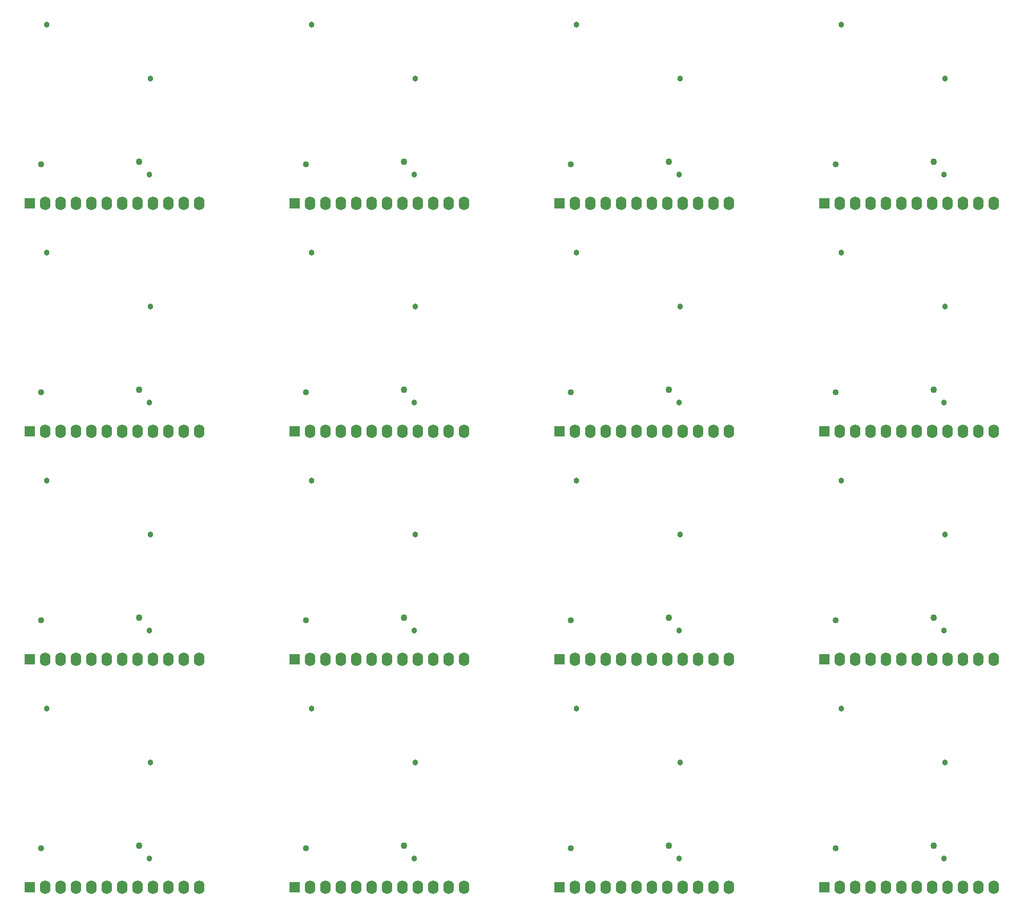
<source format=gbs>
G04*
G04 #@! TF.GenerationSoftware,Altium Limited,Altium Designer,18.1.9 (240)*
G04*
G04 Layer_Color=16711935*
%FSLAX24Y24*%
%MOIN*%
G70*
G01*
G75*
%ADD27C,0.0400*%
%ADD46R,0.0680X0.0680*%
%ADD47O,0.0680X0.0880*%
%ADD48C,0.0380*%
%ADD49C,0.0430*%
D27*
X6680Y5960D02*
D03*
X23880D02*
D03*
X41080D02*
D03*
X58280D02*
D03*
X6680Y20760D02*
D03*
X23880D02*
D03*
X41080D02*
D03*
X58280D02*
D03*
X6680Y35560D02*
D03*
X23880D02*
D03*
X41080D02*
D03*
X58280D02*
D03*
X6680Y50360D02*
D03*
X23880D02*
D03*
X41080D02*
D03*
X58280D02*
D03*
D46*
X5925Y3425D02*
D03*
X23125D02*
D03*
X40325D02*
D03*
X57525D02*
D03*
X5925Y18225D02*
D03*
X23125D02*
D03*
X40325D02*
D03*
X57525D02*
D03*
X5925Y33025D02*
D03*
X23125D02*
D03*
X40325D02*
D03*
X57525D02*
D03*
X5925Y47825D02*
D03*
X23125D02*
D03*
X40325D02*
D03*
X57525D02*
D03*
D47*
X16925Y3425D02*
D03*
X15925D02*
D03*
X14925D02*
D03*
X13925D02*
D03*
X12925D02*
D03*
X11925D02*
D03*
X10925D02*
D03*
X9925D02*
D03*
X8925D02*
D03*
X7925D02*
D03*
X6925D02*
D03*
X34125D02*
D03*
X33125D02*
D03*
X32125D02*
D03*
X31125D02*
D03*
X30125D02*
D03*
X29125D02*
D03*
X28125D02*
D03*
X27125D02*
D03*
X26125D02*
D03*
X25125D02*
D03*
X24125D02*
D03*
X51325D02*
D03*
X50325D02*
D03*
X49325D02*
D03*
X48325D02*
D03*
X47325D02*
D03*
X46325D02*
D03*
X45325D02*
D03*
X44325D02*
D03*
X43325D02*
D03*
X42325D02*
D03*
X41325D02*
D03*
X68525D02*
D03*
X67525D02*
D03*
X66525D02*
D03*
X65525D02*
D03*
X64525D02*
D03*
X63525D02*
D03*
X62525D02*
D03*
X61525D02*
D03*
X60525D02*
D03*
X59525D02*
D03*
X58525D02*
D03*
X16925Y18225D02*
D03*
X15925D02*
D03*
X14925D02*
D03*
X13925D02*
D03*
X12925D02*
D03*
X11925D02*
D03*
X10925D02*
D03*
X9925D02*
D03*
X8925D02*
D03*
X7925D02*
D03*
X6925D02*
D03*
X34125D02*
D03*
X33125D02*
D03*
X32125D02*
D03*
X31125D02*
D03*
X30125D02*
D03*
X29125D02*
D03*
X28125D02*
D03*
X27125D02*
D03*
X26125D02*
D03*
X25125D02*
D03*
X24125D02*
D03*
X51325D02*
D03*
X50325D02*
D03*
X49325D02*
D03*
X48325D02*
D03*
X47325D02*
D03*
X46325D02*
D03*
X45325D02*
D03*
X44325D02*
D03*
X43325D02*
D03*
X42325D02*
D03*
X41325D02*
D03*
X68525D02*
D03*
X67525D02*
D03*
X66525D02*
D03*
X65525D02*
D03*
X64525D02*
D03*
X63525D02*
D03*
X62525D02*
D03*
X61525D02*
D03*
X60525D02*
D03*
X59525D02*
D03*
X58525D02*
D03*
X16925Y33025D02*
D03*
X15925D02*
D03*
X14925D02*
D03*
X13925D02*
D03*
X12925D02*
D03*
X11925D02*
D03*
X10925D02*
D03*
X9925D02*
D03*
X8925D02*
D03*
X7925D02*
D03*
X6925D02*
D03*
X34125D02*
D03*
X33125D02*
D03*
X32125D02*
D03*
X31125D02*
D03*
X30125D02*
D03*
X29125D02*
D03*
X28125D02*
D03*
X27125D02*
D03*
X26125D02*
D03*
X25125D02*
D03*
X24125D02*
D03*
X51325D02*
D03*
X50325D02*
D03*
X49325D02*
D03*
X48325D02*
D03*
X47325D02*
D03*
X46325D02*
D03*
X45325D02*
D03*
X44325D02*
D03*
X43325D02*
D03*
X42325D02*
D03*
X41325D02*
D03*
X68525D02*
D03*
X67525D02*
D03*
X66525D02*
D03*
X65525D02*
D03*
X64525D02*
D03*
X63525D02*
D03*
X62525D02*
D03*
X61525D02*
D03*
X60525D02*
D03*
X59525D02*
D03*
X58525D02*
D03*
X16925Y47825D02*
D03*
X15925D02*
D03*
X14925D02*
D03*
X13925D02*
D03*
X12925D02*
D03*
X11925D02*
D03*
X10925D02*
D03*
X9925D02*
D03*
X8925D02*
D03*
X7925D02*
D03*
X6925D02*
D03*
X34125D02*
D03*
X33125D02*
D03*
X32125D02*
D03*
X31125D02*
D03*
X30125D02*
D03*
X29125D02*
D03*
X28125D02*
D03*
X27125D02*
D03*
X26125D02*
D03*
X25125D02*
D03*
X24125D02*
D03*
X51325D02*
D03*
X50325D02*
D03*
X49325D02*
D03*
X48325D02*
D03*
X47325D02*
D03*
X46325D02*
D03*
X45325D02*
D03*
X44325D02*
D03*
X43325D02*
D03*
X42325D02*
D03*
X41325D02*
D03*
X68525D02*
D03*
X67525D02*
D03*
X66525D02*
D03*
X65525D02*
D03*
X64525D02*
D03*
X63525D02*
D03*
X62525D02*
D03*
X61525D02*
D03*
X60525D02*
D03*
X59525D02*
D03*
X58525D02*
D03*
D48*
X13690Y5290D02*
D03*
X13775Y11525D02*
D03*
X7025Y15025D02*
D03*
X30890Y5290D02*
D03*
X30975Y11525D02*
D03*
X24225Y15025D02*
D03*
X48090Y5290D02*
D03*
X48175Y11525D02*
D03*
X41425Y15025D02*
D03*
X65290Y5290D02*
D03*
X65375Y11525D02*
D03*
X58625Y15025D02*
D03*
X13690Y20090D02*
D03*
X13775Y26325D02*
D03*
X7025Y29825D02*
D03*
X30890Y20090D02*
D03*
X30975Y26325D02*
D03*
X24225Y29825D02*
D03*
X48090Y20090D02*
D03*
X48175Y26325D02*
D03*
X41425Y29825D02*
D03*
X65290Y20090D02*
D03*
X65375Y26325D02*
D03*
X58625Y29825D02*
D03*
X13690Y34890D02*
D03*
X13775Y41125D02*
D03*
X7025Y44625D02*
D03*
X30890Y34890D02*
D03*
X30975Y41125D02*
D03*
X24225Y44625D02*
D03*
X48090Y34890D02*
D03*
X48175Y41125D02*
D03*
X41425Y44625D02*
D03*
X65290Y34890D02*
D03*
X65375Y41125D02*
D03*
X58625Y44625D02*
D03*
X13690Y49690D02*
D03*
X13775Y55925D02*
D03*
X7025Y59425D02*
D03*
X30890Y49690D02*
D03*
X30975Y55925D02*
D03*
X24225Y59425D02*
D03*
X48090Y49690D02*
D03*
X48175Y55925D02*
D03*
X41425Y59425D02*
D03*
X65290Y49690D02*
D03*
X65375Y55925D02*
D03*
X58625Y59425D02*
D03*
D49*
X13040Y6150D02*
D03*
X30240D02*
D03*
X47440D02*
D03*
X64640D02*
D03*
X13040Y20950D02*
D03*
X30240D02*
D03*
X47440D02*
D03*
X64640D02*
D03*
X13040Y35750D02*
D03*
X30240D02*
D03*
X47440D02*
D03*
X64640D02*
D03*
X13040Y50550D02*
D03*
X30240D02*
D03*
X47440D02*
D03*
X64640D02*
D03*
M02*

</source>
